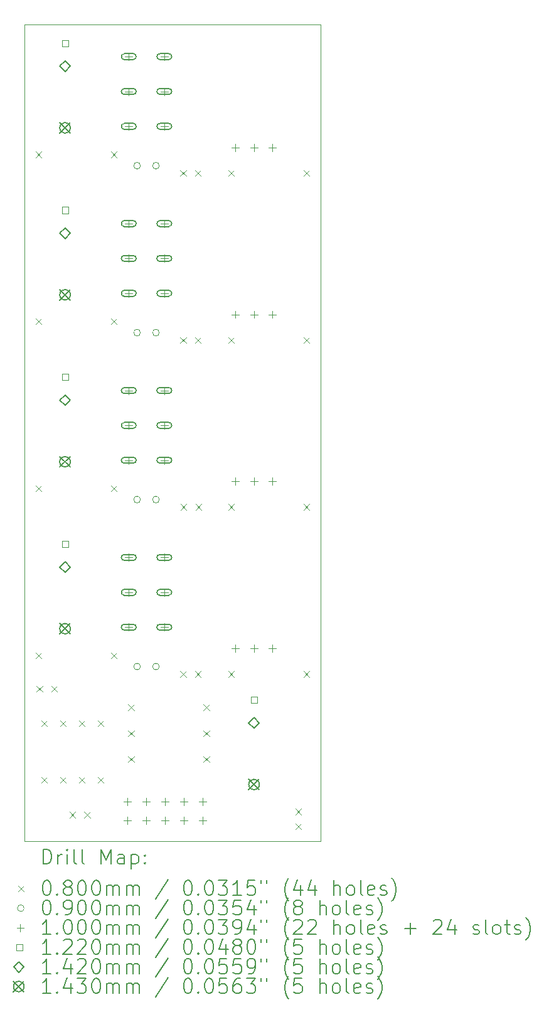
<source format=gbr>
%FSLAX45Y45*%
G04 Gerber Fmt 4.5, Leading zero omitted, Abs format (unit mm)*
G04 Created by KiCad (PCBNEW (6.0.0)) date 2022-02-14 14:07:29*
%MOMM*%
%LPD*%
G01*
G04 APERTURE LIST*
%TA.AperFunction,Profile*%
%ADD10C,0.050000*%
%TD*%
%ADD11C,0.200000*%
%ADD12C,0.080000*%
%ADD13C,0.090000*%
%ADD14C,0.100000*%
%ADD15C,0.122000*%
%ADD16C,0.142000*%
%ADD17C,0.143000*%
G04 APERTURE END LIST*
D10*
X7000000Y-3100000D02*
X7000000Y-14100000D01*
X3000000Y-3100000D02*
X3000000Y-14100000D01*
X3000000Y-3100000D02*
X7000000Y-3100000D01*
X3000000Y-14100000D02*
X7000000Y-14100000D01*
D11*
D12*
X3152000Y-4810000D02*
X3232000Y-4890000D01*
X3232000Y-4810000D02*
X3152000Y-4890000D01*
X3152000Y-7060000D02*
X3232000Y-7140000D01*
X3232000Y-7060000D02*
X3152000Y-7140000D01*
X3152000Y-9310000D02*
X3232000Y-9390000D01*
X3232000Y-9310000D02*
X3152000Y-9390000D01*
X3152000Y-11560000D02*
X3232000Y-11640000D01*
X3232000Y-11560000D02*
X3152000Y-11640000D01*
X3164489Y-12010000D02*
X3244489Y-12090000D01*
X3244489Y-12010000D02*
X3164489Y-12090000D01*
X3230000Y-12478000D02*
X3310000Y-12558000D01*
X3310000Y-12478000D02*
X3230000Y-12558000D01*
X3230000Y-13240000D02*
X3310000Y-13320000D01*
X3310000Y-13240000D02*
X3230000Y-13320000D01*
X3364489Y-12010000D02*
X3444489Y-12090000D01*
X3444489Y-12010000D02*
X3364489Y-12090000D01*
X3484000Y-12478000D02*
X3564000Y-12558000D01*
X3564000Y-12478000D02*
X3484000Y-12558000D01*
X3484000Y-13240000D02*
X3564000Y-13320000D01*
X3564000Y-13240000D02*
X3484000Y-13320000D01*
X3610000Y-13710000D02*
X3690000Y-13790000D01*
X3690000Y-13710000D02*
X3610000Y-13790000D01*
X3738000Y-12478000D02*
X3818000Y-12558000D01*
X3818000Y-12478000D02*
X3738000Y-12558000D01*
X3738000Y-13240000D02*
X3818000Y-13320000D01*
X3818000Y-13240000D02*
X3738000Y-13320000D01*
X3810000Y-13710000D02*
X3890000Y-13790000D01*
X3890000Y-13710000D02*
X3810000Y-13790000D01*
X3992000Y-12478000D02*
X4072000Y-12558000D01*
X4072000Y-12478000D02*
X3992000Y-12558000D01*
X3992000Y-13240000D02*
X4072000Y-13320000D01*
X4072000Y-13240000D02*
X3992000Y-13320000D01*
X4168000Y-4810000D02*
X4248000Y-4890000D01*
X4248000Y-4810000D02*
X4168000Y-4890000D01*
X4168000Y-7060000D02*
X4248000Y-7140000D01*
X4248000Y-7060000D02*
X4168000Y-7140000D01*
X4168000Y-9310000D02*
X4248000Y-9390000D01*
X4248000Y-9310000D02*
X4168000Y-9390000D01*
X4168000Y-11560000D02*
X4248000Y-11640000D01*
X4248000Y-11560000D02*
X4168000Y-11640000D01*
X4402000Y-12260000D02*
X4482000Y-12340000D01*
X4482000Y-12260000D02*
X4402000Y-12340000D01*
X4402000Y-12610000D02*
X4482000Y-12690000D01*
X4482000Y-12610000D02*
X4402000Y-12690000D01*
X4402000Y-12960000D02*
X4482000Y-13040000D01*
X4482000Y-12960000D02*
X4402000Y-13040000D01*
X5105511Y-7310000D02*
X5185511Y-7390000D01*
X5185511Y-7310000D02*
X5105511Y-7390000D01*
X5105511Y-11810000D02*
X5185511Y-11890000D01*
X5185511Y-11810000D02*
X5105511Y-11890000D01*
X5105511Y-5060000D02*
X5185511Y-5140000D01*
X5185511Y-5060000D02*
X5105511Y-5140000D01*
X5110000Y-9560000D02*
X5190000Y-9640000D01*
X5190000Y-9560000D02*
X5110000Y-9640000D01*
X5305511Y-7310000D02*
X5385511Y-7390000D01*
X5385511Y-7310000D02*
X5305511Y-7390000D01*
X5305511Y-11810000D02*
X5385511Y-11890000D01*
X5385511Y-11810000D02*
X5305511Y-11890000D01*
X5305511Y-5060000D02*
X5385511Y-5140000D01*
X5385511Y-5060000D02*
X5305511Y-5140000D01*
X5310000Y-9560000D02*
X5390000Y-9640000D01*
X5390000Y-9560000D02*
X5310000Y-9640000D01*
X5418000Y-12260000D02*
X5498000Y-12340000D01*
X5498000Y-12260000D02*
X5418000Y-12340000D01*
X5418000Y-12610000D02*
X5498000Y-12690000D01*
X5498000Y-12610000D02*
X5418000Y-12690000D01*
X5418000Y-12960000D02*
X5498000Y-13040000D01*
X5498000Y-12960000D02*
X5418000Y-13040000D01*
X5752000Y-5060000D02*
X5832000Y-5140000D01*
X5832000Y-5060000D02*
X5752000Y-5140000D01*
X5752000Y-7310000D02*
X5832000Y-7390000D01*
X5832000Y-7310000D02*
X5752000Y-7390000D01*
X5752000Y-9560000D02*
X5832000Y-9640000D01*
X5832000Y-9560000D02*
X5752000Y-9640000D01*
X5752000Y-11810000D02*
X5832000Y-11890000D01*
X5832000Y-11810000D02*
X5752000Y-11890000D01*
X6660000Y-13664489D02*
X6740000Y-13744489D01*
X6740000Y-13664489D02*
X6660000Y-13744489D01*
X6660000Y-13864489D02*
X6740000Y-13944489D01*
X6740000Y-13864489D02*
X6660000Y-13944489D01*
X6768000Y-5060000D02*
X6848000Y-5140000D01*
X6848000Y-5060000D02*
X6768000Y-5140000D01*
X6768000Y-7310000D02*
X6848000Y-7390000D01*
X6848000Y-7310000D02*
X6768000Y-7390000D01*
X6768000Y-9560000D02*
X6848000Y-9640000D01*
X6848000Y-9560000D02*
X6768000Y-9640000D01*
X6768000Y-11810000D02*
X6848000Y-11890000D01*
X6848000Y-11810000D02*
X6768000Y-11890000D01*
D13*
X4567500Y-5000000D02*
G75*
G03*
X4567500Y-5000000I-45000J0D01*
G01*
X4567500Y-7250000D02*
G75*
G03*
X4567500Y-7250000I-45000J0D01*
G01*
X4567500Y-9500000D02*
G75*
G03*
X4567500Y-9500000I-45000J0D01*
G01*
X4567500Y-11750000D02*
G75*
G03*
X4567500Y-11750000I-45000J0D01*
G01*
X4821500Y-5000000D02*
G75*
G03*
X4821500Y-5000000I-45000J0D01*
G01*
X4821500Y-7250000D02*
G75*
G03*
X4821500Y-7250000I-45000J0D01*
G01*
X4821500Y-9500000D02*
G75*
G03*
X4821500Y-9500000I-45000J0D01*
G01*
X4821500Y-11750000D02*
G75*
G03*
X4821500Y-11750000I-45000J0D01*
G01*
D14*
X4392500Y-13522500D02*
X4392500Y-13622500D01*
X4342500Y-13572500D02*
X4442500Y-13572500D01*
X4392500Y-13776500D02*
X4392500Y-13876500D01*
X4342500Y-13826500D02*
X4442500Y-13826500D01*
X4410000Y-3480000D02*
X4410000Y-3580000D01*
X4360000Y-3530000D02*
X4460000Y-3530000D01*
D11*
X4470000Y-3490000D02*
X4350000Y-3490000D01*
X4470000Y-3570000D02*
X4350000Y-3570000D01*
X4350000Y-3490000D02*
G75*
G03*
X4350000Y-3570000I0J-40000D01*
G01*
X4470000Y-3570000D02*
G75*
G03*
X4470000Y-3490000I0J40000D01*
G01*
D14*
X4410000Y-3950000D02*
X4410000Y-4050000D01*
X4360000Y-4000000D02*
X4460000Y-4000000D01*
D11*
X4470000Y-3960000D02*
X4350000Y-3960000D01*
X4470000Y-4040000D02*
X4350000Y-4040000D01*
X4350000Y-3960000D02*
G75*
G03*
X4350000Y-4040000I0J-40000D01*
G01*
X4470000Y-4040000D02*
G75*
G03*
X4470000Y-3960000I0J40000D01*
G01*
D14*
X4410000Y-4420000D02*
X4410000Y-4520000D01*
X4360000Y-4470000D02*
X4460000Y-4470000D01*
D11*
X4470000Y-4430000D02*
X4350000Y-4430000D01*
X4470000Y-4510000D02*
X4350000Y-4510000D01*
X4350000Y-4430000D02*
G75*
G03*
X4350000Y-4510000I0J-40000D01*
G01*
X4470000Y-4510000D02*
G75*
G03*
X4470000Y-4430000I0J40000D01*
G01*
D14*
X4410000Y-5730000D02*
X4410000Y-5830000D01*
X4360000Y-5780000D02*
X4460000Y-5780000D01*
D11*
X4470000Y-5740000D02*
X4350000Y-5740000D01*
X4470000Y-5820000D02*
X4350000Y-5820000D01*
X4350000Y-5740000D02*
G75*
G03*
X4350000Y-5820000I0J-40000D01*
G01*
X4470000Y-5820000D02*
G75*
G03*
X4470000Y-5740000I0J40000D01*
G01*
D14*
X4410000Y-6200000D02*
X4410000Y-6300000D01*
X4360000Y-6250000D02*
X4460000Y-6250000D01*
D11*
X4470000Y-6210000D02*
X4350000Y-6210000D01*
X4470000Y-6290000D02*
X4350000Y-6290000D01*
X4350000Y-6210000D02*
G75*
G03*
X4350000Y-6290000I0J-40000D01*
G01*
X4470000Y-6290000D02*
G75*
G03*
X4470000Y-6210000I0J40000D01*
G01*
D14*
X4410000Y-6670000D02*
X4410000Y-6770000D01*
X4360000Y-6720000D02*
X4460000Y-6720000D01*
D11*
X4470000Y-6680000D02*
X4350000Y-6680000D01*
X4470000Y-6760000D02*
X4350000Y-6760000D01*
X4350000Y-6680000D02*
G75*
G03*
X4350000Y-6760000I0J-40000D01*
G01*
X4470000Y-6760000D02*
G75*
G03*
X4470000Y-6680000I0J40000D01*
G01*
D14*
X4410000Y-7980000D02*
X4410000Y-8080000D01*
X4360000Y-8030000D02*
X4460000Y-8030000D01*
D11*
X4470000Y-7990000D02*
X4350000Y-7990000D01*
X4470000Y-8070000D02*
X4350000Y-8070000D01*
X4350000Y-7990000D02*
G75*
G03*
X4350000Y-8070000I0J-40000D01*
G01*
X4470000Y-8070000D02*
G75*
G03*
X4470000Y-7990000I0J40000D01*
G01*
D14*
X4410000Y-8450000D02*
X4410000Y-8550000D01*
X4360000Y-8500000D02*
X4460000Y-8500000D01*
D11*
X4470000Y-8460000D02*
X4350000Y-8460000D01*
X4470000Y-8540000D02*
X4350000Y-8540000D01*
X4350000Y-8460000D02*
G75*
G03*
X4350000Y-8540000I0J-40000D01*
G01*
X4470000Y-8540000D02*
G75*
G03*
X4470000Y-8460000I0J40000D01*
G01*
D14*
X4410000Y-8920000D02*
X4410000Y-9020000D01*
X4360000Y-8970000D02*
X4460000Y-8970000D01*
D11*
X4470000Y-8930000D02*
X4350000Y-8930000D01*
X4470000Y-9010000D02*
X4350000Y-9010000D01*
X4350000Y-8930000D02*
G75*
G03*
X4350000Y-9010000I0J-40000D01*
G01*
X4470000Y-9010000D02*
G75*
G03*
X4470000Y-8930000I0J40000D01*
G01*
D14*
X4410000Y-10230000D02*
X4410000Y-10330000D01*
X4360000Y-10280000D02*
X4460000Y-10280000D01*
D11*
X4470000Y-10240000D02*
X4350000Y-10240000D01*
X4470000Y-10320000D02*
X4350000Y-10320000D01*
X4350000Y-10240000D02*
G75*
G03*
X4350000Y-10320000I0J-40000D01*
G01*
X4470000Y-10320000D02*
G75*
G03*
X4470000Y-10240000I0J40000D01*
G01*
D14*
X4410000Y-10700000D02*
X4410000Y-10800000D01*
X4360000Y-10750000D02*
X4460000Y-10750000D01*
D11*
X4470000Y-10710000D02*
X4350000Y-10710000D01*
X4470000Y-10790000D02*
X4350000Y-10790000D01*
X4350000Y-10710000D02*
G75*
G03*
X4350000Y-10790000I0J-40000D01*
G01*
X4470000Y-10790000D02*
G75*
G03*
X4470000Y-10710000I0J40000D01*
G01*
D14*
X4410000Y-11170000D02*
X4410000Y-11270000D01*
X4360000Y-11220000D02*
X4460000Y-11220000D01*
D11*
X4470000Y-11180000D02*
X4350000Y-11180000D01*
X4470000Y-11260000D02*
X4350000Y-11260000D01*
X4350000Y-11180000D02*
G75*
G03*
X4350000Y-11260000I0J-40000D01*
G01*
X4470000Y-11260000D02*
G75*
G03*
X4470000Y-11180000I0J40000D01*
G01*
D14*
X4646500Y-13522500D02*
X4646500Y-13622500D01*
X4596500Y-13572500D02*
X4696500Y-13572500D01*
X4646500Y-13776500D02*
X4646500Y-13876500D01*
X4596500Y-13826500D02*
X4696500Y-13826500D01*
X4890000Y-3480000D02*
X4890000Y-3580000D01*
X4840000Y-3530000D02*
X4940000Y-3530000D01*
D11*
X4950000Y-3490000D02*
X4830000Y-3490000D01*
X4950000Y-3570000D02*
X4830000Y-3570000D01*
X4830000Y-3490000D02*
G75*
G03*
X4830000Y-3570000I0J-40000D01*
G01*
X4950000Y-3570000D02*
G75*
G03*
X4950000Y-3490000I0J40000D01*
G01*
D14*
X4890000Y-3950000D02*
X4890000Y-4050000D01*
X4840000Y-4000000D02*
X4940000Y-4000000D01*
D11*
X4950000Y-3960000D02*
X4830000Y-3960000D01*
X4950000Y-4040000D02*
X4830000Y-4040000D01*
X4830000Y-3960000D02*
G75*
G03*
X4830000Y-4040000I0J-40000D01*
G01*
X4950000Y-4040000D02*
G75*
G03*
X4950000Y-3960000I0J40000D01*
G01*
D14*
X4890000Y-4420000D02*
X4890000Y-4520000D01*
X4840000Y-4470000D02*
X4940000Y-4470000D01*
D11*
X4950000Y-4430000D02*
X4830000Y-4430000D01*
X4950000Y-4510000D02*
X4830000Y-4510000D01*
X4830000Y-4430000D02*
G75*
G03*
X4830000Y-4510000I0J-40000D01*
G01*
X4950000Y-4510000D02*
G75*
G03*
X4950000Y-4430000I0J40000D01*
G01*
D14*
X4890000Y-5730000D02*
X4890000Y-5830000D01*
X4840000Y-5780000D02*
X4940000Y-5780000D01*
D11*
X4950000Y-5740000D02*
X4830000Y-5740000D01*
X4950000Y-5820000D02*
X4830000Y-5820000D01*
X4830000Y-5740000D02*
G75*
G03*
X4830000Y-5820000I0J-40000D01*
G01*
X4950000Y-5820000D02*
G75*
G03*
X4950000Y-5740000I0J40000D01*
G01*
D14*
X4890000Y-6200000D02*
X4890000Y-6300000D01*
X4840000Y-6250000D02*
X4940000Y-6250000D01*
D11*
X4950000Y-6210000D02*
X4830000Y-6210000D01*
X4950000Y-6290000D02*
X4830000Y-6290000D01*
X4830000Y-6210000D02*
G75*
G03*
X4830000Y-6290000I0J-40000D01*
G01*
X4950000Y-6290000D02*
G75*
G03*
X4950000Y-6210000I0J40000D01*
G01*
D14*
X4890000Y-6670000D02*
X4890000Y-6770000D01*
X4840000Y-6720000D02*
X4940000Y-6720000D01*
D11*
X4950000Y-6680000D02*
X4830000Y-6680000D01*
X4950000Y-6760000D02*
X4830000Y-6760000D01*
X4830000Y-6680000D02*
G75*
G03*
X4830000Y-6760000I0J-40000D01*
G01*
X4950000Y-6760000D02*
G75*
G03*
X4950000Y-6680000I0J40000D01*
G01*
D14*
X4890000Y-7980000D02*
X4890000Y-8080000D01*
X4840000Y-8030000D02*
X4940000Y-8030000D01*
D11*
X4950000Y-7990000D02*
X4830000Y-7990000D01*
X4950000Y-8070000D02*
X4830000Y-8070000D01*
X4830000Y-7990000D02*
G75*
G03*
X4830000Y-8070000I0J-40000D01*
G01*
X4950000Y-8070000D02*
G75*
G03*
X4950000Y-7990000I0J40000D01*
G01*
D14*
X4890000Y-8450000D02*
X4890000Y-8550000D01*
X4840000Y-8500000D02*
X4940000Y-8500000D01*
D11*
X4950000Y-8460000D02*
X4830000Y-8460000D01*
X4950000Y-8540000D02*
X4830000Y-8540000D01*
X4830000Y-8460000D02*
G75*
G03*
X4830000Y-8540000I0J-40000D01*
G01*
X4950000Y-8540000D02*
G75*
G03*
X4950000Y-8460000I0J40000D01*
G01*
D14*
X4890000Y-8920000D02*
X4890000Y-9020000D01*
X4840000Y-8970000D02*
X4940000Y-8970000D01*
D11*
X4950000Y-8930000D02*
X4830000Y-8930000D01*
X4950000Y-9010000D02*
X4830000Y-9010000D01*
X4830000Y-8930000D02*
G75*
G03*
X4830000Y-9010000I0J-40000D01*
G01*
X4950000Y-9010000D02*
G75*
G03*
X4950000Y-8930000I0J40000D01*
G01*
D14*
X4890000Y-10230000D02*
X4890000Y-10330000D01*
X4840000Y-10280000D02*
X4940000Y-10280000D01*
D11*
X4950000Y-10240000D02*
X4830000Y-10240000D01*
X4950000Y-10320000D02*
X4830000Y-10320000D01*
X4830000Y-10240000D02*
G75*
G03*
X4830000Y-10320000I0J-40000D01*
G01*
X4950000Y-10320000D02*
G75*
G03*
X4950000Y-10240000I0J40000D01*
G01*
D14*
X4890000Y-10700000D02*
X4890000Y-10800000D01*
X4840000Y-10750000D02*
X4940000Y-10750000D01*
D11*
X4950000Y-10710000D02*
X4830000Y-10710000D01*
X4950000Y-10790000D02*
X4830000Y-10790000D01*
X4830000Y-10710000D02*
G75*
G03*
X4830000Y-10790000I0J-40000D01*
G01*
X4950000Y-10790000D02*
G75*
G03*
X4950000Y-10710000I0J40000D01*
G01*
D14*
X4890000Y-11170000D02*
X4890000Y-11270000D01*
X4840000Y-11220000D02*
X4940000Y-11220000D01*
D11*
X4950000Y-11180000D02*
X4830000Y-11180000D01*
X4950000Y-11260000D02*
X4830000Y-11260000D01*
X4830000Y-11180000D02*
G75*
G03*
X4830000Y-11260000I0J-40000D01*
G01*
X4950000Y-11260000D02*
G75*
G03*
X4950000Y-11180000I0J40000D01*
G01*
D14*
X4900500Y-13522500D02*
X4900500Y-13622500D01*
X4850500Y-13572500D02*
X4950500Y-13572500D01*
X4900500Y-13776500D02*
X4900500Y-13876500D01*
X4850500Y-13826500D02*
X4950500Y-13826500D01*
X5154500Y-13522500D02*
X5154500Y-13622500D01*
X5104500Y-13572500D02*
X5204500Y-13572500D01*
X5154500Y-13776500D02*
X5154500Y-13876500D01*
X5104500Y-13826500D02*
X5204500Y-13826500D01*
X5408500Y-13522500D02*
X5408500Y-13622500D01*
X5358500Y-13572500D02*
X5458500Y-13572500D01*
X5408500Y-13776500D02*
X5408500Y-13876500D01*
X5358500Y-13826500D02*
X5458500Y-13826500D01*
X5850000Y-4705000D02*
X5850000Y-4805000D01*
X5800000Y-4755000D02*
X5900000Y-4755000D01*
X5850000Y-6955000D02*
X5850000Y-7055000D01*
X5800000Y-7005000D02*
X5900000Y-7005000D01*
X5850000Y-9205000D02*
X5850000Y-9305000D01*
X5800000Y-9255000D02*
X5900000Y-9255000D01*
X5850000Y-11455000D02*
X5850000Y-11555000D01*
X5800000Y-11505000D02*
X5900000Y-11505000D01*
X6100000Y-4705000D02*
X6100000Y-4805000D01*
X6050000Y-4755000D02*
X6150000Y-4755000D01*
X6100000Y-6955000D02*
X6100000Y-7055000D01*
X6050000Y-7005000D02*
X6150000Y-7005000D01*
X6100000Y-9205000D02*
X6100000Y-9305000D01*
X6050000Y-9255000D02*
X6150000Y-9255000D01*
X6100000Y-11455000D02*
X6100000Y-11555000D01*
X6050000Y-11505000D02*
X6150000Y-11505000D01*
X6350000Y-4705000D02*
X6350000Y-4805000D01*
X6300000Y-4755000D02*
X6400000Y-4755000D01*
X6350000Y-6955000D02*
X6350000Y-7055000D01*
X6300000Y-7005000D02*
X6400000Y-7005000D01*
X6350000Y-9205000D02*
X6350000Y-9305000D01*
X6300000Y-9255000D02*
X6400000Y-9255000D01*
X6350000Y-11455000D02*
X6350000Y-11555000D01*
X6300000Y-11505000D02*
X6400000Y-11505000D01*
D15*
X3593134Y-3393134D02*
X3593134Y-3306866D01*
X3506866Y-3306866D01*
X3506866Y-3393134D01*
X3593134Y-3393134D01*
X3593134Y-5643134D02*
X3593134Y-5556866D01*
X3506866Y-5556866D01*
X3506866Y-5643134D01*
X3593134Y-5643134D01*
X3593134Y-7893134D02*
X3593134Y-7806866D01*
X3506866Y-7806866D01*
X3506866Y-7893134D01*
X3593134Y-7893134D01*
X3593134Y-10143134D02*
X3593134Y-10056866D01*
X3506866Y-10056866D01*
X3506866Y-10143134D01*
X3593134Y-10143134D01*
X6143134Y-12243134D02*
X6143134Y-12156866D01*
X6056866Y-12156866D01*
X6056866Y-12243134D01*
X6143134Y-12243134D01*
D16*
X3550000Y-3731000D02*
X3621000Y-3660000D01*
X3550000Y-3589000D01*
X3479000Y-3660000D01*
X3550000Y-3731000D01*
X3550000Y-5981000D02*
X3621000Y-5910000D01*
X3550000Y-5839000D01*
X3479000Y-5910000D01*
X3550000Y-5981000D01*
X3550000Y-8231000D02*
X3621000Y-8160000D01*
X3550000Y-8089000D01*
X3479000Y-8160000D01*
X3550000Y-8231000D01*
X3550000Y-10481000D02*
X3621000Y-10410000D01*
X3550000Y-10339000D01*
X3479000Y-10410000D01*
X3550000Y-10481000D01*
X6100000Y-12581000D02*
X6171000Y-12510000D01*
X6100000Y-12439000D01*
X6029000Y-12510000D01*
X6100000Y-12581000D01*
D17*
X3478500Y-4418500D02*
X3621500Y-4561500D01*
X3621500Y-4418500D02*
X3478500Y-4561500D01*
X3621500Y-4490000D02*
G75*
G03*
X3621500Y-4490000I-71500J0D01*
G01*
X3478500Y-6668500D02*
X3621500Y-6811500D01*
X3621500Y-6668500D02*
X3478500Y-6811500D01*
X3621500Y-6740000D02*
G75*
G03*
X3621500Y-6740000I-71500J0D01*
G01*
X3478500Y-8918500D02*
X3621500Y-9061500D01*
X3621500Y-8918500D02*
X3478500Y-9061500D01*
X3621500Y-8990000D02*
G75*
G03*
X3621500Y-8990000I-71500J0D01*
G01*
X3478500Y-11168500D02*
X3621500Y-11311500D01*
X3621500Y-11168500D02*
X3478500Y-11311500D01*
X3621500Y-11240000D02*
G75*
G03*
X3621500Y-11240000I-71500J0D01*
G01*
X6028500Y-13268500D02*
X6171500Y-13411500D01*
X6171500Y-13268500D02*
X6028500Y-13411500D01*
X6171500Y-13340000D02*
G75*
G03*
X6171500Y-13340000I-71500J0D01*
G01*
D11*
X3255119Y-14412976D02*
X3255119Y-14212976D01*
X3302738Y-14212976D01*
X3331309Y-14222500D01*
X3350357Y-14241548D01*
X3359881Y-14260595D01*
X3369405Y-14298690D01*
X3369405Y-14327262D01*
X3359881Y-14365357D01*
X3350357Y-14384405D01*
X3331309Y-14403452D01*
X3302738Y-14412976D01*
X3255119Y-14412976D01*
X3455119Y-14412976D02*
X3455119Y-14279643D01*
X3455119Y-14317738D02*
X3464643Y-14298690D01*
X3474167Y-14289167D01*
X3493214Y-14279643D01*
X3512262Y-14279643D01*
X3578928Y-14412976D02*
X3578928Y-14279643D01*
X3578928Y-14212976D02*
X3569405Y-14222500D01*
X3578928Y-14232024D01*
X3588452Y-14222500D01*
X3578928Y-14212976D01*
X3578928Y-14232024D01*
X3702738Y-14412976D02*
X3683690Y-14403452D01*
X3674167Y-14384405D01*
X3674167Y-14212976D01*
X3807500Y-14412976D02*
X3788452Y-14403452D01*
X3778928Y-14384405D01*
X3778928Y-14212976D01*
X4036071Y-14412976D02*
X4036071Y-14212976D01*
X4102738Y-14355833D01*
X4169405Y-14212976D01*
X4169405Y-14412976D01*
X4350357Y-14412976D02*
X4350357Y-14308214D01*
X4340833Y-14289167D01*
X4321786Y-14279643D01*
X4283690Y-14279643D01*
X4264643Y-14289167D01*
X4350357Y-14403452D02*
X4331310Y-14412976D01*
X4283690Y-14412976D01*
X4264643Y-14403452D01*
X4255119Y-14384405D01*
X4255119Y-14365357D01*
X4264643Y-14346309D01*
X4283690Y-14336786D01*
X4331310Y-14336786D01*
X4350357Y-14327262D01*
X4445595Y-14279643D02*
X4445595Y-14479643D01*
X4445595Y-14289167D02*
X4464643Y-14279643D01*
X4502738Y-14279643D01*
X4521786Y-14289167D01*
X4531310Y-14298690D01*
X4540833Y-14317738D01*
X4540833Y-14374881D01*
X4531310Y-14393928D01*
X4521786Y-14403452D01*
X4502738Y-14412976D01*
X4464643Y-14412976D01*
X4445595Y-14403452D01*
X4626548Y-14393928D02*
X4636071Y-14403452D01*
X4626548Y-14412976D01*
X4617024Y-14403452D01*
X4626548Y-14393928D01*
X4626548Y-14412976D01*
X4626548Y-14289167D02*
X4636071Y-14298690D01*
X4626548Y-14308214D01*
X4617024Y-14298690D01*
X4626548Y-14289167D01*
X4626548Y-14308214D01*
D12*
X2917500Y-14702500D02*
X2997500Y-14782500D01*
X2997500Y-14702500D02*
X2917500Y-14782500D01*
D11*
X3293214Y-14632976D02*
X3312262Y-14632976D01*
X3331309Y-14642500D01*
X3340833Y-14652024D01*
X3350357Y-14671071D01*
X3359881Y-14709167D01*
X3359881Y-14756786D01*
X3350357Y-14794881D01*
X3340833Y-14813928D01*
X3331309Y-14823452D01*
X3312262Y-14832976D01*
X3293214Y-14832976D01*
X3274167Y-14823452D01*
X3264643Y-14813928D01*
X3255119Y-14794881D01*
X3245595Y-14756786D01*
X3245595Y-14709167D01*
X3255119Y-14671071D01*
X3264643Y-14652024D01*
X3274167Y-14642500D01*
X3293214Y-14632976D01*
X3445595Y-14813928D02*
X3455119Y-14823452D01*
X3445595Y-14832976D01*
X3436071Y-14823452D01*
X3445595Y-14813928D01*
X3445595Y-14832976D01*
X3569405Y-14718690D02*
X3550357Y-14709167D01*
X3540833Y-14699643D01*
X3531309Y-14680595D01*
X3531309Y-14671071D01*
X3540833Y-14652024D01*
X3550357Y-14642500D01*
X3569405Y-14632976D01*
X3607500Y-14632976D01*
X3626548Y-14642500D01*
X3636071Y-14652024D01*
X3645595Y-14671071D01*
X3645595Y-14680595D01*
X3636071Y-14699643D01*
X3626548Y-14709167D01*
X3607500Y-14718690D01*
X3569405Y-14718690D01*
X3550357Y-14728214D01*
X3540833Y-14737738D01*
X3531309Y-14756786D01*
X3531309Y-14794881D01*
X3540833Y-14813928D01*
X3550357Y-14823452D01*
X3569405Y-14832976D01*
X3607500Y-14832976D01*
X3626548Y-14823452D01*
X3636071Y-14813928D01*
X3645595Y-14794881D01*
X3645595Y-14756786D01*
X3636071Y-14737738D01*
X3626548Y-14728214D01*
X3607500Y-14718690D01*
X3769405Y-14632976D02*
X3788452Y-14632976D01*
X3807500Y-14642500D01*
X3817024Y-14652024D01*
X3826548Y-14671071D01*
X3836071Y-14709167D01*
X3836071Y-14756786D01*
X3826548Y-14794881D01*
X3817024Y-14813928D01*
X3807500Y-14823452D01*
X3788452Y-14832976D01*
X3769405Y-14832976D01*
X3750357Y-14823452D01*
X3740833Y-14813928D01*
X3731309Y-14794881D01*
X3721786Y-14756786D01*
X3721786Y-14709167D01*
X3731309Y-14671071D01*
X3740833Y-14652024D01*
X3750357Y-14642500D01*
X3769405Y-14632976D01*
X3959881Y-14632976D02*
X3978928Y-14632976D01*
X3997976Y-14642500D01*
X4007500Y-14652024D01*
X4017024Y-14671071D01*
X4026548Y-14709167D01*
X4026548Y-14756786D01*
X4017024Y-14794881D01*
X4007500Y-14813928D01*
X3997976Y-14823452D01*
X3978928Y-14832976D01*
X3959881Y-14832976D01*
X3940833Y-14823452D01*
X3931309Y-14813928D01*
X3921786Y-14794881D01*
X3912262Y-14756786D01*
X3912262Y-14709167D01*
X3921786Y-14671071D01*
X3931309Y-14652024D01*
X3940833Y-14642500D01*
X3959881Y-14632976D01*
X4112262Y-14832976D02*
X4112262Y-14699643D01*
X4112262Y-14718690D02*
X4121786Y-14709167D01*
X4140833Y-14699643D01*
X4169405Y-14699643D01*
X4188452Y-14709167D01*
X4197976Y-14728214D01*
X4197976Y-14832976D01*
X4197976Y-14728214D02*
X4207500Y-14709167D01*
X4226548Y-14699643D01*
X4255119Y-14699643D01*
X4274167Y-14709167D01*
X4283690Y-14728214D01*
X4283690Y-14832976D01*
X4378929Y-14832976D02*
X4378929Y-14699643D01*
X4378929Y-14718690D02*
X4388452Y-14709167D01*
X4407500Y-14699643D01*
X4436071Y-14699643D01*
X4455119Y-14709167D01*
X4464643Y-14728214D01*
X4464643Y-14832976D01*
X4464643Y-14728214D02*
X4474167Y-14709167D01*
X4493214Y-14699643D01*
X4521786Y-14699643D01*
X4540833Y-14709167D01*
X4550357Y-14728214D01*
X4550357Y-14832976D01*
X4940833Y-14623452D02*
X4769405Y-14880595D01*
X5197976Y-14632976D02*
X5217024Y-14632976D01*
X5236071Y-14642500D01*
X5245595Y-14652024D01*
X5255119Y-14671071D01*
X5264643Y-14709167D01*
X5264643Y-14756786D01*
X5255119Y-14794881D01*
X5245595Y-14813928D01*
X5236071Y-14823452D01*
X5217024Y-14832976D01*
X5197976Y-14832976D01*
X5178929Y-14823452D01*
X5169405Y-14813928D01*
X5159881Y-14794881D01*
X5150357Y-14756786D01*
X5150357Y-14709167D01*
X5159881Y-14671071D01*
X5169405Y-14652024D01*
X5178929Y-14642500D01*
X5197976Y-14632976D01*
X5350357Y-14813928D02*
X5359881Y-14823452D01*
X5350357Y-14832976D01*
X5340833Y-14823452D01*
X5350357Y-14813928D01*
X5350357Y-14832976D01*
X5483690Y-14632976D02*
X5502738Y-14632976D01*
X5521786Y-14642500D01*
X5531310Y-14652024D01*
X5540833Y-14671071D01*
X5550357Y-14709167D01*
X5550357Y-14756786D01*
X5540833Y-14794881D01*
X5531310Y-14813928D01*
X5521786Y-14823452D01*
X5502738Y-14832976D01*
X5483690Y-14832976D01*
X5464643Y-14823452D01*
X5455119Y-14813928D01*
X5445595Y-14794881D01*
X5436071Y-14756786D01*
X5436071Y-14709167D01*
X5445595Y-14671071D01*
X5455119Y-14652024D01*
X5464643Y-14642500D01*
X5483690Y-14632976D01*
X5617024Y-14632976D02*
X5740833Y-14632976D01*
X5674167Y-14709167D01*
X5702738Y-14709167D01*
X5721786Y-14718690D01*
X5731309Y-14728214D01*
X5740833Y-14747262D01*
X5740833Y-14794881D01*
X5731309Y-14813928D01*
X5721786Y-14823452D01*
X5702738Y-14832976D01*
X5645595Y-14832976D01*
X5626548Y-14823452D01*
X5617024Y-14813928D01*
X5931309Y-14832976D02*
X5817024Y-14832976D01*
X5874167Y-14832976D02*
X5874167Y-14632976D01*
X5855119Y-14661548D01*
X5836071Y-14680595D01*
X5817024Y-14690119D01*
X6112262Y-14632976D02*
X6017024Y-14632976D01*
X6007500Y-14728214D01*
X6017024Y-14718690D01*
X6036071Y-14709167D01*
X6083690Y-14709167D01*
X6102738Y-14718690D01*
X6112262Y-14728214D01*
X6121786Y-14747262D01*
X6121786Y-14794881D01*
X6112262Y-14813928D01*
X6102738Y-14823452D01*
X6083690Y-14832976D01*
X6036071Y-14832976D01*
X6017024Y-14823452D01*
X6007500Y-14813928D01*
X6197976Y-14632976D02*
X6197976Y-14671071D01*
X6274167Y-14632976D02*
X6274167Y-14671071D01*
X6569405Y-14909167D02*
X6559881Y-14899643D01*
X6540833Y-14871071D01*
X6531309Y-14852024D01*
X6521786Y-14823452D01*
X6512262Y-14775833D01*
X6512262Y-14737738D01*
X6521786Y-14690119D01*
X6531309Y-14661548D01*
X6540833Y-14642500D01*
X6559881Y-14613928D01*
X6569405Y-14604405D01*
X6731309Y-14699643D02*
X6731309Y-14832976D01*
X6683690Y-14623452D02*
X6636071Y-14766309D01*
X6759881Y-14766309D01*
X6921786Y-14699643D02*
X6921786Y-14832976D01*
X6874167Y-14623452D02*
X6826548Y-14766309D01*
X6950357Y-14766309D01*
X7178928Y-14832976D02*
X7178928Y-14632976D01*
X7264643Y-14832976D02*
X7264643Y-14728214D01*
X7255119Y-14709167D01*
X7236071Y-14699643D01*
X7207500Y-14699643D01*
X7188452Y-14709167D01*
X7178928Y-14718690D01*
X7388452Y-14832976D02*
X7369405Y-14823452D01*
X7359881Y-14813928D01*
X7350357Y-14794881D01*
X7350357Y-14737738D01*
X7359881Y-14718690D01*
X7369405Y-14709167D01*
X7388452Y-14699643D01*
X7417024Y-14699643D01*
X7436071Y-14709167D01*
X7445595Y-14718690D01*
X7455119Y-14737738D01*
X7455119Y-14794881D01*
X7445595Y-14813928D01*
X7436071Y-14823452D01*
X7417024Y-14832976D01*
X7388452Y-14832976D01*
X7569405Y-14832976D02*
X7550357Y-14823452D01*
X7540833Y-14804405D01*
X7540833Y-14632976D01*
X7721786Y-14823452D02*
X7702738Y-14832976D01*
X7664643Y-14832976D01*
X7645595Y-14823452D01*
X7636071Y-14804405D01*
X7636071Y-14728214D01*
X7645595Y-14709167D01*
X7664643Y-14699643D01*
X7702738Y-14699643D01*
X7721786Y-14709167D01*
X7731309Y-14728214D01*
X7731309Y-14747262D01*
X7636071Y-14766309D01*
X7807500Y-14823452D02*
X7826548Y-14832976D01*
X7864643Y-14832976D01*
X7883690Y-14823452D01*
X7893214Y-14804405D01*
X7893214Y-14794881D01*
X7883690Y-14775833D01*
X7864643Y-14766309D01*
X7836071Y-14766309D01*
X7817024Y-14756786D01*
X7807500Y-14737738D01*
X7807500Y-14728214D01*
X7817024Y-14709167D01*
X7836071Y-14699643D01*
X7864643Y-14699643D01*
X7883690Y-14709167D01*
X7959881Y-14909167D02*
X7969405Y-14899643D01*
X7988452Y-14871071D01*
X7997976Y-14852024D01*
X8007500Y-14823452D01*
X8017024Y-14775833D01*
X8017024Y-14737738D01*
X8007500Y-14690119D01*
X7997976Y-14661548D01*
X7988452Y-14642500D01*
X7969405Y-14613928D01*
X7959881Y-14604405D01*
D13*
X2997500Y-15006500D02*
G75*
G03*
X2997500Y-15006500I-45000J0D01*
G01*
D11*
X3293214Y-14896976D02*
X3312262Y-14896976D01*
X3331309Y-14906500D01*
X3340833Y-14916024D01*
X3350357Y-14935071D01*
X3359881Y-14973167D01*
X3359881Y-15020786D01*
X3350357Y-15058881D01*
X3340833Y-15077928D01*
X3331309Y-15087452D01*
X3312262Y-15096976D01*
X3293214Y-15096976D01*
X3274167Y-15087452D01*
X3264643Y-15077928D01*
X3255119Y-15058881D01*
X3245595Y-15020786D01*
X3245595Y-14973167D01*
X3255119Y-14935071D01*
X3264643Y-14916024D01*
X3274167Y-14906500D01*
X3293214Y-14896976D01*
X3445595Y-15077928D02*
X3455119Y-15087452D01*
X3445595Y-15096976D01*
X3436071Y-15087452D01*
X3445595Y-15077928D01*
X3445595Y-15096976D01*
X3550357Y-15096976D02*
X3588452Y-15096976D01*
X3607500Y-15087452D01*
X3617024Y-15077928D01*
X3636071Y-15049357D01*
X3645595Y-15011262D01*
X3645595Y-14935071D01*
X3636071Y-14916024D01*
X3626548Y-14906500D01*
X3607500Y-14896976D01*
X3569405Y-14896976D01*
X3550357Y-14906500D01*
X3540833Y-14916024D01*
X3531309Y-14935071D01*
X3531309Y-14982690D01*
X3540833Y-15001738D01*
X3550357Y-15011262D01*
X3569405Y-15020786D01*
X3607500Y-15020786D01*
X3626548Y-15011262D01*
X3636071Y-15001738D01*
X3645595Y-14982690D01*
X3769405Y-14896976D02*
X3788452Y-14896976D01*
X3807500Y-14906500D01*
X3817024Y-14916024D01*
X3826548Y-14935071D01*
X3836071Y-14973167D01*
X3836071Y-15020786D01*
X3826548Y-15058881D01*
X3817024Y-15077928D01*
X3807500Y-15087452D01*
X3788452Y-15096976D01*
X3769405Y-15096976D01*
X3750357Y-15087452D01*
X3740833Y-15077928D01*
X3731309Y-15058881D01*
X3721786Y-15020786D01*
X3721786Y-14973167D01*
X3731309Y-14935071D01*
X3740833Y-14916024D01*
X3750357Y-14906500D01*
X3769405Y-14896976D01*
X3959881Y-14896976D02*
X3978928Y-14896976D01*
X3997976Y-14906500D01*
X4007500Y-14916024D01*
X4017024Y-14935071D01*
X4026548Y-14973167D01*
X4026548Y-15020786D01*
X4017024Y-15058881D01*
X4007500Y-15077928D01*
X3997976Y-15087452D01*
X3978928Y-15096976D01*
X3959881Y-15096976D01*
X3940833Y-15087452D01*
X3931309Y-15077928D01*
X3921786Y-15058881D01*
X3912262Y-15020786D01*
X3912262Y-14973167D01*
X3921786Y-14935071D01*
X3931309Y-14916024D01*
X3940833Y-14906500D01*
X3959881Y-14896976D01*
X4112262Y-15096976D02*
X4112262Y-14963643D01*
X4112262Y-14982690D02*
X4121786Y-14973167D01*
X4140833Y-14963643D01*
X4169405Y-14963643D01*
X4188452Y-14973167D01*
X4197976Y-14992214D01*
X4197976Y-15096976D01*
X4197976Y-14992214D02*
X4207500Y-14973167D01*
X4226548Y-14963643D01*
X4255119Y-14963643D01*
X4274167Y-14973167D01*
X4283690Y-14992214D01*
X4283690Y-15096976D01*
X4378929Y-15096976D02*
X4378929Y-14963643D01*
X4378929Y-14982690D02*
X4388452Y-14973167D01*
X4407500Y-14963643D01*
X4436071Y-14963643D01*
X4455119Y-14973167D01*
X4464643Y-14992214D01*
X4464643Y-15096976D01*
X4464643Y-14992214D02*
X4474167Y-14973167D01*
X4493214Y-14963643D01*
X4521786Y-14963643D01*
X4540833Y-14973167D01*
X4550357Y-14992214D01*
X4550357Y-15096976D01*
X4940833Y-14887452D02*
X4769405Y-15144595D01*
X5197976Y-14896976D02*
X5217024Y-14896976D01*
X5236071Y-14906500D01*
X5245595Y-14916024D01*
X5255119Y-14935071D01*
X5264643Y-14973167D01*
X5264643Y-15020786D01*
X5255119Y-15058881D01*
X5245595Y-15077928D01*
X5236071Y-15087452D01*
X5217024Y-15096976D01*
X5197976Y-15096976D01*
X5178929Y-15087452D01*
X5169405Y-15077928D01*
X5159881Y-15058881D01*
X5150357Y-15020786D01*
X5150357Y-14973167D01*
X5159881Y-14935071D01*
X5169405Y-14916024D01*
X5178929Y-14906500D01*
X5197976Y-14896976D01*
X5350357Y-15077928D02*
X5359881Y-15087452D01*
X5350357Y-15096976D01*
X5340833Y-15087452D01*
X5350357Y-15077928D01*
X5350357Y-15096976D01*
X5483690Y-14896976D02*
X5502738Y-14896976D01*
X5521786Y-14906500D01*
X5531310Y-14916024D01*
X5540833Y-14935071D01*
X5550357Y-14973167D01*
X5550357Y-15020786D01*
X5540833Y-15058881D01*
X5531310Y-15077928D01*
X5521786Y-15087452D01*
X5502738Y-15096976D01*
X5483690Y-15096976D01*
X5464643Y-15087452D01*
X5455119Y-15077928D01*
X5445595Y-15058881D01*
X5436071Y-15020786D01*
X5436071Y-14973167D01*
X5445595Y-14935071D01*
X5455119Y-14916024D01*
X5464643Y-14906500D01*
X5483690Y-14896976D01*
X5617024Y-14896976D02*
X5740833Y-14896976D01*
X5674167Y-14973167D01*
X5702738Y-14973167D01*
X5721786Y-14982690D01*
X5731309Y-14992214D01*
X5740833Y-15011262D01*
X5740833Y-15058881D01*
X5731309Y-15077928D01*
X5721786Y-15087452D01*
X5702738Y-15096976D01*
X5645595Y-15096976D01*
X5626548Y-15087452D01*
X5617024Y-15077928D01*
X5921786Y-14896976D02*
X5826548Y-14896976D01*
X5817024Y-14992214D01*
X5826548Y-14982690D01*
X5845595Y-14973167D01*
X5893214Y-14973167D01*
X5912262Y-14982690D01*
X5921786Y-14992214D01*
X5931309Y-15011262D01*
X5931309Y-15058881D01*
X5921786Y-15077928D01*
X5912262Y-15087452D01*
X5893214Y-15096976D01*
X5845595Y-15096976D01*
X5826548Y-15087452D01*
X5817024Y-15077928D01*
X6102738Y-14963643D02*
X6102738Y-15096976D01*
X6055119Y-14887452D02*
X6007500Y-15030309D01*
X6131309Y-15030309D01*
X6197976Y-14896976D02*
X6197976Y-14935071D01*
X6274167Y-14896976D02*
X6274167Y-14935071D01*
X6569405Y-15173167D02*
X6559881Y-15163643D01*
X6540833Y-15135071D01*
X6531309Y-15116024D01*
X6521786Y-15087452D01*
X6512262Y-15039833D01*
X6512262Y-15001738D01*
X6521786Y-14954119D01*
X6531309Y-14925548D01*
X6540833Y-14906500D01*
X6559881Y-14877928D01*
X6569405Y-14868405D01*
X6674167Y-14982690D02*
X6655119Y-14973167D01*
X6645595Y-14963643D01*
X6636071Y-14944595D01*
X6636071Y-14935071D01*
X6645595Y-14916024D01*
X6655119Y-14906500D01*
X6674167Y-14896976D01*
X6712262Y-14896976D01*
X6731309Y-14906500D01*
X6740833Y-14916024D01*
X6750357Y-14935071D01*
X6750357Y-14944595D01*
X6740833Y-14963643D01*
X6731309Y-14973167D01*
X6712262Y-14982690D01*
X6674167Y-14982690D01*
X6655119Y-14992214D01*
X6645595Y-15001738D01*
X6636071Y-15020786D01*
X6636071Y-15058881D01*
X6645595Y-15077928D01*
X6655119Y-15087452D01*
X6674167Y-15096976D01*
X6712262Y-15096976D01*
X6731309Y-15087452D01*
X6740833Y-15077928D01*
X6750357Y-15058881D01*
X6750357Y-15020786D01*
X6740833Y-15001738D01*
X6731309Y-14992214D01*
X6712262Y-14982690D01*
X6988452Y-15096976D02*
X6988452Y-14896976D01*
X7074167Y-15096976D02*
X7074167Y-14992214D01*
X7064643Y-14973167D01*
X7045595Y-14963643D01*
X7017024Y-14963643D01*
X6997976Y-14973167D01*
X6988452Y-14982690D01*
X7197976Y-15096976D02*
X7178928Y-15087452D01*
X7169405Y-15077928D01*
X7159881Y-15058881D01*
X7159881Y-15001738D01*
X7169405Y-14982690D01*
X7178928Y-14973167D01*
X7197976Y-14963643D01*
X7226548Y-14963643D01*
X7245595Y-14973167D01*
X7255119Y-14982690D01*
X7264643Y-15001738D01*
X7264643Y-15058881D01*
X7255119Y-15077928D01*
X7245595Y-15087452D01*
X7226548Y-15096976D01*
X7197976Y-15096976D01*
X7378928Y-15096976D02*
X7359881Y-15087452D01*
X7350357Y-15068405D01*
X7350357Y-14896976D01*
X7531309Y-15087452D02*
X7512262Y-15096976D01*
X7474167Y-15096976D01*
X7455119Y-15087452D01*
X7445595Y-15068405D01*
X7445595Y-14992214D01*
X7455119Y-14973167D01*
X7474167Y-14963643D01*
X7512262Y-14963643D01*
X7531309Y-14973167D01*
X7540833Y-14992214D01*
X7540833Y-15011262D01*
X7445595Y-15030309D01*
X7617024Y-15087452D02*
X7636071Y-15096976D01*
X7674167Y-15096976D01*
X7693214Y-15087452D01*
X7702738Y-15068405D01*
X7702738Y-15058881D01*
X7693214Y-15039833D01*
X7674167Y-15030309D01*
X7645595Y-15030309D01*
X7626548Y-15020786D01*
X7617024Y-15001738D01*
X7617024Y-14992214D01*
X7626548Y-14973167D01*
X7645595Y-14963643D01*
X7674167Y-14963643D01*
X7693214Y-14973167D01*
X7769405Y-15173167D02*
X7778928Y-15163643D01*
X7797976Y-15135071D01*
X7807500Y-15116024D01*
X7817024Y-15087452D01*
X7826548Y-15039833D01*
X7826548Y-15001738D01*
X7817024Y-14954119D01*
X7807500Y-14925548D01*
X7797976Y-14906500D01*
X7778928Y-14877928D01*
X7769405Y-14868405D01*
D14*
X2947500Y-15220500D02*
X2947500Y-15320500D01*
X2897500Y-15270500D02*
X2997500Y-15270500D01*
D11*
X3359881Y-15360976D02*
X3245595Y-15360976D01*
X3302738Y-15360976D02*
X3302738Y-15160976D01*
X3283690Y-15189548D01*
X3264643Y-15208595D01*
X3245595Y-15218119D01*
X3445595Y-15341928D02*
X3455119Y-15351452D01*
X3445595Y-15360976D01*
X3436071Y-15351452D01*
X3445595Y-15341928D01*
X3445595Y-15360976D01*
X3578928Y-15160976D02*
X3597976Y-15160976D01*
X3617024Y-15170500D01*
X3626548Y-15180024D01*
X3636071Y-15199071D01*
X3645595Y-15237167D01*
X3645595Y-15284786D01*
X3636071Y-15322881D01*
X3626548Y-15341928D01*
X3617024Y-15351452D01*
X3597976Y-15360976D01*
X3578928Y-15360976D01*
X3559881Y-15351452D01*
X3550357Y-15341928D01*
X3540833Y-15322881D01*
X3531309Y-15284786D01*
X3531309Y-15237167D01*
X3540833Y-15199071D01*
X3550357Y-15180024D01*
X3559881Y-15170500D01*
X3578928Y-15160976D01*
X3769405Y-15160976D02*
X3788452Y-15160976D01*
X3807500Y-15170500D01*
X3817024Y-15180024D01*
X3826548Y-15199071D01*
X3836071Y-15237167D01*
X3836071Y-15284786D01*
X3826548Y-15322881D01*
X3817024Y-15341928D01*
X3807500Y-15351452D01*
X3788452Y-15360976D01*
X3769405Y-15360976D01*
X3750357Y-15351452D01*
X3740833Y-15341928D01*
X3731309Y-15322881D01*
X3721786Y-15284786D01*
X3721786Y-15237167D01*
X3731309Y-15199071D01*
X3740833Y-15180024D01*
X3750357Y-15170500D01*
X3769405Y-15160976D01*
X3959881Y-15160976D02*
X3978928Y-15160976D01*
X3997976Y-15170500D01*
X4007500Y-15180024D01*
X4017024Y-15199071D01*
X4026548Y-15237167D01*
X4026548Y-15284786D01*
X4017024Y-15322881D01*
X4007500Y-15341928D01*
X3997976Y-15351452D01*
X3978928Y-15360976D01*
X3959881Y-15360976D01*
X3940833Y-15351452D01*
X3931309Y-15341928D01*
X3921786Y-15322881D01*
X3912262Y-15284786D01*
X3912262Y-15237167D01*
X3921786Y-15199071D01*
X3931309Y-15180024D01*
X3940833Y-15170500D01*
X3959881Y-15160976D01*
X4112262Y-15360976D02*
X4112262Y-15227643D01*
X4112262Y-15246690D02*
X4121786Y-15237167D01*
X4140833Y-15227643D01*
X4169405Y-15227643D01*
X4188452Y-15237167D01*
X4197976Y-15256214D01*
X4197976Y-15360976D01*
X4197976Y-15256214D02*
X4207500Y-15237167D01*
X4226548Y-15227643D01*
X4255119Y-15227643D01*
X4274167Y-15237167D01*
X4283690Y-15256214D01*
X4283690Y-15360976D01*
X4378929Y-15360976D02*
X4378929Y-15227643D01*
X4378929Y-15246690D02*
X4388452Y-15237167D01*
X4407500Y-15227643D01*
X4436071Y-15227643D01*
X4455119Y-15237167D01*
X4464643Y-15256214D01*
X4464643Y-15360976D01*
X4464643Y-15256214D02*
X4474167Y-15237167D01*
X4493214Y-15227643D01*
X4521786Y-15227643D01*
X4540833Y-15237167D01*
X4550357Y-15256214D01*
X4550357Y-15360976D01*
X4940833Y-15151452D02*
X4769405Y-15408595D01*
X5197976Y-15160976D02*
X5217024Y-15160976D01*
X5236071Y-15170500D01*
X5245595Y-15180024D01*
X5255119Y-15199071D01*
X5264643Y-15237167D01*
X5264643Y-15284786D01*
X5255119Y-15322881D01*
X5245595Y-15341928D01*
X5236071Y-15351452D01*
X5217024Y-15360976D01*
X5197976Y-15360976D01*
X5178929Y-15351452D01*
X5169405Y-15341928D01*
X5159881Y-15322881D01*
X5150357Y-15284786D01*
X5150357Y-15237167D01*
X5159881Y-15199071D01*
X5169405Y-15180024D01*
X5178929Y-15170500D01*
X5197976Y-15160976D01*
X5350357Y-15341928D02*
X5359881Y-15351452D01*
X5350357Y-15360976D01*
X5340833Y-15351452D01*
X5350357Y-15341928D01*
X5350357Y-15360976D01*
X5483690Y-15160976D02*
X5502738Y-15160976D01*
X5521786Y-15170500D01*
X5531310Y-15180024D01*
X5540833Y-15199071D01*
X5550357Y-15237167D01*
X5550357Y-15284786D01*
X5540833Y-15322881D01*
X5531310Y-15341928D01*
X5521786Y-15351452D01*
X5502738Y-15360976D01*
X5483690Y-15360976D01*
X5464643Y-15351452D01*
X5455119Y-15341928D01*
X5445595Y-15322881D01*
X5436071Y-15284786D01*
X5436071Y-15237167D01*
X5445595Y-15199071D01*
X5455119Y-15180024D01*
X5464643Y-15170500D01*
X5483690Y-15160976D01*
X5617024Y-15160976D02*
X5740833Y-15160976D01*
X5674167Y-15237167D01*
X5702738Y-15237167D01*
X5721786Y-15246690D01*
X5731309Y-15256214D01*
X5740833Y-15275262D01*
X5740833Y-15322881D01*
X5731309Y-15341928D01*
X5721786Y-15351452D01*
X5702738Y-15360976D01*
X5645595Y-15360976D01*
X5626548Y-15351452D01*
X5617024Y-15341928D01*
X5836071Y-15360976D02*
X5874167Y-15360976D01*
X5893214Y-15351452D01*
X5902738Y-15341928D01*
X5921786Y-15313357D01*
X5931309Y-15275262D01*
X5931309Y-15199071D01*
X5921786Y-15180024D01*
X5912262Y-15170500D01*
X5893214Y-15160976D01*
X5855119Y-15160976D01*
X5836071Y-15170500D01*
X5826548Y-15180024D01*
X5817024Y-15199071D01*
X5817024Y-15246690D01*
X5826548Y-15265738D01*
X5836071Y-15275262D01*
X5855119Y-15284786D01*
X5893214Y-15284786D01*
X5912262Y-15275262D01*
X5921786Y-15265738D01*
X5931309Y-15246690D01*
X6102738Y-15227643D02*
X6102738Y-15360976D01*
X6055119Y-15151452D02*
X6007500Y-15294309D01*
X6131309Y-15294309D01*
X6197976Y-15160976D02*
X6197976Y-15199071D01*
X6274167Y-15160976D02*
X6274167Y-15199071D01*
X6569405Y-15437167D02*
X6559881Y-15427643D01*
X6540833Y-15399071D01*
X6531309Y-15380024D01*
X6521786Y-15351452D01*
X6512262Y-15303833D01*
X6512262Y-15265738D01*
X6521786Y-15218119D01*
X6531309Y-15189548D01*
X6540833Y-15170500D01*
X6559881Y-15141928D01*
X6569405Y-15132405D01*
X6636071Y-15180024D02*
X6645595Y-15170500D01*
X6664643Y-15160976D01*
X6712262Y-15160976D01*
X6731309Y-15170500D01*
X6740833Y-15180024D01*
X6750357Y-15199071D01*
X6750357Y-15218119D01*
X6740833Y-15246690D01*
X6626548Y-15360976D01*
X6750357Y-15360976D01*
X6826548Y-15180024D02*
X6836071Y-15170500D01*
X6855119Y-15160976D01*
X6902738Y-15160976D01*
X6921786Y-15170500D01*
X6931309Y-15180024D01*
X6940833Y-15199071D01*
X6940833Y-15218119D01*
X6931309Y-15246690D01*
X6817024Y-15360976D01*
X6940833Y-15360976D01*
X7178928Y-15360976D02*
X7178928Y-15160976D01*
X7264643Y-15360976D02*
X7264643Y-15256214D01*
X7255119Y-15237167D01*
X7236071Y-15227643D01*
X7207500Y-15227643D01*
X7188452Y-15237167D01*
X7178928Y-15246690D01*
X7388452Y-15360976D02*
X7369405Y-15351452D01*
X7359881Y-15341928D01*
X7350357Y-15322881D01*
X7350357Y-15265738D01*
X7359881Y-15246690D01*
X7369405Y-15237167D01*
X7388452Y-15227643D01*
X7417024Y-15227643D01*
X7436071Y-15237167D01*
X7445595Y-15246690D01*
X7455119Y-15265738D01*
X7455119Y-15322881D01*
X7445595Y-15341928D01*
X7436071Y-15351452D01*
X7417024Y-15360976D01*
X7388452Y-15360976D01*
X7569405Y-15360976D02*
X7550357Y-15351452D01*
X7540833Y-15332405D01*
X7540833Y-15160976D01*
X7721786Y-15351452D02*
X7702738Y-15360976D01*
X7664643Y-15360976D01*
X7645595Y-15351452D01*
X7636071Y-15332405D01*
X7636071Y-15256214D01*
X7645595Y-15237167D01*
X7664643Y-15227643D01*
X7702738Y-15227643D01*
X7721786Y-15237167D01*
X7731309Y-15256214D01*
X7731309Y-15275262D01*
X7636071Y-15294309D01*
X7807500Y-15351452D02*
X7826548Y-15360976D01*
X7864643Y-15360976D01*
X7883690Y-15351452D01*
X7893214Y-15332405D01*
X7893214Y-15322881D01*
X7883690Y-15303833D01*
X7864643Y-15294309D01*
X7836071Y-15294309D01*
X7817024Y-15284786D01*
X7807500Y-15265738D01*
X7807500Y-15256214D01*
X7817024Y-15237167D01*
X7836071Y-15227643D01*
X7864643Y-15227643D01*
X7883690Y-15237167D01*
X8131309Y-15284786D02*
X8283690Y-15284786D01*
X8207500Y-15360976D02*
X8207500Y-15208595D01*
X8521786Y-15180024D02*
X8531310Y-15170500D01*
X8550357Y-15160976D01*
X8597976Y-15160976D01*
X8617024Y-15170500D01*
X8626548Y-15180024D01*
X8636071Y-15199071D01*
X8636071Y-15218119D01*
X8626548Y-15246690D01*
X8512262Y-15360976D01*
X8636071Y-15360976D01*
X8807500Y-15227643D02*
X8807500Y-15360976D01*
X8759881Y-15151452D02*
X8712262Y-15294309D01*
X8836071Y-15294309D01*
X9055119Y-15351452D02*
X9074167Y-15360976D01*
X9112262Y-15360976D01*
X9131310Y-15351452D01*
X9140833Y-15332405D01*
X9140833Y-15322881D01*
X9131310Y-15303833D01*
X9112262Y-15294309D01*
X9083690Y-15294309D01*
X9064643Y-15284786D01*
X9055119Y-15265738D01*
X9055119Y-15256214D01*
X9064643Y-15237167D01*
X9083690Y-15227643D01*
X9112262Y-15227643D01*
X9131310Y-15237167D01*
X9255119Y-15360976D02*
X9236071Y-15351452D01*
X9226548Y-15332405D01*
X9226548Y-15160976D01*
X9359881Y-15360976D02*
X9340833Y-15351452D01*
X9331310Y-15341928D01*
X9321786Y-15322881D01*
X9321786Y-15265738D01*
X9331310Y-15246690D01*
X9340833Y-15237167D01*
X9359881Y-15227643D01*
X9388452Y-15227643D01*
X9407500Y-15237167D01*
X9417024Y-15246690D01*
X9426548Y-15265738D01*
X9426548Y-15322881D01*
X9417024Y-15341928D01*
X9407500Y-15351452D01*
X9388452Y-15360976D01*
X9359881Y-15360976D01*
X9483690Y-15227643D02*
X9559881Y-15227643D01*
X9512262Y-15160976D02*
X9512262Y-15332405D01*
X9521786Y-15351452D01*
X9540833Y-15360976D01*
X9559881Y-15360976D01*
X9617024Y-15351452D02*
X9636071Y-15360976D01*
X9674167Y-15360976D01*
X9693214Y-15351452D01*
X9702738Y-15332405D01*
X9702738Y-15322881D01*
X9693214Y-15303833D01*
X9674167Y-15294309D01*
X9645595Y-15294309D01*
X9626548Y-15284786D01*
X9617024Y-15265738D01*
X9617024Y-15256214D01*
X9626548Y-15237167D01*
X9645595Y-15227643D01*
X9674167Y-15227643D01*
X9693214Y-15237167D01*
X9769405Y-15437167D02*
X9778929Y-15427643D01*
X9797976Y-15399071D01*
X9807500Y-15380024D01*
X9817024Y-15351452D01*
X9826548Y-15303833D01*
X9826548Y-15265738D01*
X9817024Y-15218119D01*
X9807500Y-15189548D01*
X9797976Y-15170500D01*
X9778929Y-15141928D01*
X9769405Y-15132405D01*
D15*
X2979634Y-15577634D02*
X2979634Y-15491366D01*
X2893366Y-15491366D01*
X2893366Y-15577634D01*
X2979634Y-15577634D01*
D11*
X3359881Y-15624976D02*
X3245595Y-15624976D01*
X3302738Y-15624976D02*
X3302738Y-15424976D01*
X3283690Y-15453548D01*
X3264643Y-15472595D01*
X3245595Y-15482119D01*
X3445595Y-15605928D02*
X3455119Y-15615452D01*
X3445595Y-15624976D01*
X3436071Y-15615452D01*
X3445595Y-15605928D01*
X3445595Y-15624976D01*
X3531309Y-15444024D02*
X3540833Y-15434500D01*
X3559881Y-15424976D01*
X3607500Y-15424976D01*
X3626548Y-15434500D01*
X3636071Y-15444024D01*
X3645595Y-15463071D01*
X3645595Y-15482119D01*
X3636071Y-15510690D01*
X3521786Y-15624976D01*
X3645595Y-15624976D01*
X3721786Y-15444024D02*
X3731309Y-15434500D01*
X3750357Y-15424976D01*
X3797976Y-15424976D01*
X3817024Y-15434500D01*
X3826548Y-15444024D01*
X3836071Y-15463071D01*
X3836071Y-15482119D01*
X3826548Y-15510690D01*
X3712262Y-15624976D01*
X3836071Y-15624976D01*
X3959881Y-15424976D02*
X3978928Y-15424976D01*
X3997976Y-15434500D01*
X4007500Y-15444024D01*
X4017024Y-15463071D01*
X4026548Y-15501167D01*
X4026548Y-15548786D01*
X4017024Y-15586881D01*
X4007500Y-15605928D01*
X3997976Y-15615452D01*
X3978928Y-15624976D01*
X3959881Y-15624976D01*
X3940833Y-15615452D01*
X3931309Y-15605928D01*
X3921786Y-15586881D01*
X3912262Y-15548786D01*
X3912262Y-15501167D01*
X3921786Y-15463071D01*
X3931309Y-15444024D01*
X3940833Y-15434500D01*
X3959881Y-15424976D01*
X4112262Y-15624976D02*
X4112262Y-15491643D01*
X4112262Y-15510690D02*
X4121786Y-15501167D01*
X4140833Y-15491643D01*
X4169405Y-15491643D01*
X4188452Y-15501167D01*
X4197976Y-15520214D01*
X4197976Y-15624976D01*
X4197976Y-15520214D02*
X4207500Y-15501167D01*
X4226548Y-15491643D01*
X4255119Y-15491643D01*
X4274167Y-15501167D01*
X4283690Y-15520214D01*
X4283690Y-15624976D01*
X4378929Y-15624976D02*
X4378929Y-15491643D01*
X4378929Y-15510690D02*
X4388452Y-15501167D01*
X4407500Y-15491643D01*
X4436071Y-15491643D01*
X4455119Y-15501167D01*
X4464643Y-15520214D01*
X4464643Y-15624976D01*
X4464643Y-15520214D02*
X4474167Y-15501167D01*
X4493214Y-15491643D01*
X4521786Y-15491643D01*
X4540833Y-15501167D01*
X4550357Y-15520214D01*
X4550357Y-15624976D01*
X4940833Y-15415452D02*
X4769405Y-15672595D01*
X5197976Y-15424976D02*
X5217024Y-15424976D01*
X5236071Y-15434500D01*
X5245595Y-15444024D01*
X5255119Y-15463071D01*
X5264643Y-15501167D01*
X5264643Y-15548786D01*
X5255119Y-15586881D01*
X5245595Y-15605928D01*
X5236071Y-15615452D01*
X5217024Y-15624976D01*
X5197976Y-15624976D01*
X5178929Y-15615452D01*
X5169405Y-15605928D01*
X5159881Y-15586881D01*
X5150357Y-15548786D01*
X5150357Y-15501167D01*
X5159881Y-15463071D01*
X5169405Y-15444024D01*
X5178929Y-15434500D01*
X5197976Y-15424976D01*
X5350357Y-15605928D02*
X5359881Y-15615452D01*
X5350357Y-15624976D01*
X5340833Y-15615452D01*
X5350357Y-15605928D01*
X5350357Y-15624976D01*
X5483690Y-15424976D02*
X5502738Y-15424976D01*
X5521786Y-15434500D01*
X5531310Y-15444024D01*
X5540833Y-15463071D01*
X5550357Y-15501167D01*
X5550357Y-15548786D01*
X5540833Y-15586881D01*
X5531310Y-15605928D01*
X5521786Y-15615452D01*
X5502738Y-15624976D01*
X5483690Y-15624976D01*
X5464643Y-15615452D01*
X5455119Y-15605928D01*
X5445595Y-15586881D01*
X5436071Y-15548786D01*
X5436071Y-15501167D01*
X5445595Y-15463071D01*
X5455119Y-15444024D01*
X5464643Y-15434500D01*
X5483690Y-15424976D01*
X5721786Y-15491643D02*
X5721786Y-15624976D01*
X5674167Y-15415452D02*
X5626548Y-15558309D01*
X5750357Y-15558309D01*
X5855119Y-15510690D02*
X5836071Y-15501167D01*
X5826548Y-15491643D01*
X5817024Y-15472595D01*
X5817024Y-15463071D01*
X5826548Y-15444024D01*
X5836071Y-15434500D01*
X5855119Y-15424976D01*
X5893214Y-15424976D01*
X5912262Y-15434500D01*
X5921786Y-15444024D01*
X5931309Y-15463071D01*
X5931309Y-15472595D01*
X5921786Y-15491643D01*
X5912262Y-15501167D01*
X5893214Y-15510690D01*
X5855119Y-15510690D01*
X5836071Y-15520214D01*
X5826548Y-15529738D01*
X5817024Y-15548786D01*
X5817024Y-15586881D01*
X5826548Y-15605928D01*
X5836071Y-15615452D01*
X5855119Y-15624976D01*
X5893214Y-15624976D01*
X5912262Y-15615452D01*
X5921786Y-15605928D01*
X5931309Y-15586881D01*
X5931309Y-15548786D01*
X5921786Y-15529738D01*
X5912262Y-15520214D01*
X5893214Y-15510690D01*
X6055119Y-15424976D02*
X6074167Y-15424976D01*
X6093214Y-15434500D01*
X6102738Y-15444024D01*
X6112262Y-15463071D01*
X6121786Y-15501167D01*
X6121786Y-15548786D01*
X6112262Y-15586881D01*
X6102738Y-15605928D01*
X6093214Y-15615452D01*
X6074167Y-15624976D01*
X6055119Y-15624976D01*
X6036071Y-15615452D01*
X6026548Y-15605928D01*
X6017024Y-15586881D01*
X6007500Y-15548786D01*
X6007500Y-15501167D01*
X6017024Y-15463071D01*
X6026548Y-15444024D01*
X6036071Y-15434500D01*
X6055119Y-15424976D01*
X6197976Y-15424976D02*
X6197976Y-15463071D01*
X6274167Y-15424976D02*
X6274167Y-15463071D01*
X6569405Y-15701167D02*
X6559881Y-15691643D01*
X6540833Y-15663071D01*
X6531309Y-15644024D01*
X6521786Y-15615452D01*
X6512262Y-15567833D01*
X6512262Y-15529738D01*
X6521786Y-15482119D01*
X6531309Y-15453548D01*
X6540833Y-15434500D01*
X6559881Y-15405928D01*
X6569405Y-15396405D01*
X6740833Y-15424976D02*
X6645595Y-15424976D01*
X6636071Y-15520214D01*
X6645595Y-15510690D01*
X6664643Y-15501167D01*
X6712262Y-15501167D01*
X6731309Y-15510690D01*
X6740833Y-15520214D01*
X6750357Y-15539262D01*
X6750357Y-15586881D01*
X6740833Y-15605928D01*
X6731309Y-15615452D01*
X6712262Y-15624976D01*
X6664643Y-15624976D01*
X6645595Y-15615452D01*
X6636071Y-15605928D01*
X6988452Y-15624976D02*
X6988452Y-15424976D01*
X7074167Y-15624976D02*
X7074167Y-15520214D01*
X7064643Y-15501167D01*
X7045595Y-15491643D01*
X7017024Y-15491643D01*
X6997976Y-15501167D01*
X6988452Y-15510690D01*
X7197976Y-15624976D02*
X7178928Y-15615452D01*
X7169405Y-15605928D01*
X7159881Y-15586881D01*
X7159881Y-15529738D01*
X7169405Y-15510690D01*
X7178928Y-15501167D01*
X7197976Y-15491643D01*
X7226548Y-15491643D01*
X7245595Y-15501167D01*
X7255119Y-15510690D01*
X7264643Y-15529738D01*
X7264643Y-15586881D01*
X7255119Y-15605928D01*
X7245595Y-15615452D01*
X7226548Y-15624976D01*
X7197976Y-15624976D01*
X7378928Y-15624976D02*
X7359881Y-15615452D01*
X7350357Y-15596405D01*
X7350357Y-15424976D01*
X7531309Y-15615452D02*
X7512262Y-15624976D01*
X7474167Y-15624976D01*
X7455119Y-15615452D01*
X7445595Y-15596405D01*
X7445595Y-15520214D01*
X7455119Y-15501167D01*
X7474167Y-15491643D01*
X7512262Y-15491643D01*
X7531309Y-15501167D01*
X7540833Y-15520214D01*
X7540833Y-15539262D01*
X7445595Y-15558309D01*
X7617024Y-15615452D02*
X7636071Y-15624976D01*
X7674167Y-15624976D01*
X7693214Y-15615452D01*
X7702738Y-15596405D01*
X7702738Y-15586881D01*
X7693214Y-15567833D01*
X7674167Y-15558309D01*
X7645595Y-15558309D01*
X7626548Y-15548786D01*
X7617024Y-15529738D01*
X7617024Y-15520214D01*
X7626548Y-15501167D01*
X7645595Y-15491643D01*
X7674167Y-15491643D01*
X7693214Y-15501167D01*
X7769405Y-15701167D02*
X7778928Y-15691643D01*
X7797976Y-15663071D01*
X7807500Y-15644024D01*
X7817024Y-15615452D01*
X7826548Y-15567833D01*
X7826548Y-15529738D01*
X7817024Y-15482119D01*
X7807500Y-15453548D01*
X7797976Y-15434500D01*
X7778928Y-15405928D01*
X7769405Y-15396405D01*
D16*
X2926500Y-15869500D02*
X2997500Y-15798500D01*
X2926500Y-15727500D01*
X2855500Y-15798500D01*
X2926500Y-15869500D01*
D11*
X3359881Y-15888976D02*
X3245595Y-15888976D01*
X3302738Y-15888976D02*
X3302738Y-15688976D01*
X3283690Y-15717548D01*
X3264643Y-15736595D01*
X3245595Y-15746119D01*
X3445595Y-15869928D02*
X3455119Y-15879452D01*
X3445595Y-15888976D01*
X3436071Y-15879452D01*
X3445595Y-15869928D01*
X3445595Y-15888976D01*
X3626548Y-15755643D02*
X3626548Y-15888976D01*
X3578928Y-15679452D02*
X3531309Y-15822309D01*
X3655119Y-15822309D01*
X3721786Y-15708024D02*
X3731309Y-15698500D01*
X3750357Y-15688976D01*
X3797976Y-15688976D01*
X3817024Y-15698500D01*
X3826548Y-15708024D01*
X3836071Y-15727071D01*
X3836071Y-15746119D01*
X3826548Y-15774690D01*
X3712262Y-15888976D01*
X3836071Y-15888976D01*
X3959881Y-15688976D02*
X3978928Y-15688976D01*
X3997976Y-15698500D01*
X4007500Y-15708024D01*
X4017024Y-15727071D01*
X4026548Y-15765167D01*
X4026548Y-15812786D01*
X4017024Y-15850881D01*
X4007500Y-15869928D01*
X3997976Y-15879452D01*
X3978928Y-15888976D01*
X3959881Y-15888976D01*
X3940833Y-15879452D01*
X3931309Y-15869928D01*
X3921786Y-15850881D01*
X3912262Y-15812786D01*
X3912262Y-15765167D01*
X3921786Y-15727071D01*
X3931309Y-15708024D01*
X3940833Y-15698500D01*
X3959881Y-15688976D01*
X4112262Y-15888976D02*
X4112262Y-15755643D01*
X4112262Y-15774690D02*
X4121786Y-15765167D01*
X4140833Y-15755643D01*
X4169405Y-15755643D01*
X4188452Y-15765167D01*
X4197976Y-15784214D01*
X4197976Y-15888976D01*
X4197976Y-15784214D02*
X4207500Y-15765167D01*
X4226548Y-15755643D01*
X4255119Y-15755643D01*
X4274167Y-15765167D01*
X4283690Y-15784214D01*
X4283690Y-15888976D01*
X4378929Y-15888976D02*
X4378929Y-15755643D01*
X4378929Y-15774690D02*
X4388452Y-15765167D01*
X4407500Y-15755643D01*
X4436071Y-15755643D01*
X4455119Y-15765167D01*
X4464643Y-15784214D01*
X4464643Y-15888976D01*
X4464643Y-15784214D02*
X4474167Y-15765167D01*
X4493214Y-15755643D01*
X4521786Y-15755643D01*
X4540833Y-15765167D01*
X4550357Y-15784214D01*
X4550357Y-15888976D01*
X4940833Y-15679452D02*
X4769405Y-15936595D01*
X5197976Y-15688976D02*
X5217024Y-15688976D01*
X5236071Y-15698500D01*
X5245595Y-15708024D01*
X5255119Y-15727071D01*
X5264643Y-15765167D01*
X5264643Y-15812786D01*
X5255119Y-15850881D01*
X5245595Y-15869928D01*
X5236071Y-15879452D01*
X5217024Y-15888976D01*
X5197976Y-15888976D01*
X5178929Y-15879452D01*
X5169405Y-15869928D01*
X5159881Y-15850881D01*
X5150357Y-15812786D01*
X5150357Y-15765167D01*
X5159881Y-15727071D01*
X5169405Y-15708024D01*
X5178929Y-15698500D01*
X5197976Y-15688976D01*
X5350357Y-15869928D02*
X5359881Y-15879452D01*
X5350357Y-15888976D01*
X5340833Y-15879452D01*
X5350357Y-15869928D01*
X5350357Y-15888976D01*
X5483690Y-15688976D02*
X5502738Y-15688976D01*
X5521786Y-15698500D01*
X5531310Y-15708024D01*
X5540833Y-15727071D01*
X5550357Y-15765167D01*
X5550357Y-15812786D01*
X5540833Y-15850881D01*
X5531310Y-15869928D01*
X5521786Y-15879452D01*
X5502738Y-15888976D01*
X5483690Y-15888976D01*
X5464643Y-15879452D01*
X5455119Y-15869928D01*
X5445595Y-15850881D01*
X5436071Y-15812786D01*
X5436071Y-15765167D01*
X5445595Y-15727071D01*
X5455119Y-15708024D01*
X5464643Y-15698500D01*
X5483690Y-15688976D01*
X5731309Y-15688976D02*
X5636071Y-15688976D01*
X5626548Y-15784214D01*
X5636071Y-15774690D01*
X5655119Y-15765167D01*
X5702738Y-15765167D01*
X5721786Y-15774690D01*
X5731309Y-15784214D01*
X5740833Y-15803262D01*
X5740833Y-15850881D01*
X5731309Y-15869928D01*
X5721786Y-15879452D01*
X5702738Y-15888976D01*
X5655119Y-15888976D01*
X5636071Y-15879452D01*
X5626548Y-15869928D01*
X5921786Y-15688976D02*
X5826548Y-15688976D01*
X5817024Y-15784214D01*
X5826548Y-15774690D01*
X5845595Y-15765167D01*
X5893214Y-15765167D01*
X5912262Y-15774690D01*
X5921786Y-15784214D01*
X5931309Y-15803262D01*
X5931309Y-15850881D01*
X5921786Y-15869928D01*
X5912262Y-15879452D01*
X5893214Y-15888976D01*
X5845595Y-15888976D01*
X5826548Y-15879452D01*
X5817024Y-15869928D01*
X6026548Y-15888976D02*
X6064643Y-15888976D01*
X6083690Y-15879452D01*
X6093214Y-15869928D01*
X6112262Y-15841357D01*
X6121786Y-15803262D01*
X6121786Y-15727071D01*
X6112262Y-15708024D01*
X6102738Y-15698500D01*
X6083690Y-15688976D01*
X6045595Y-15688976D01*
X6026548Y-15698500D01*
X6017024Y-15708024D01*
X6007500Y-15727071D01*
X6007500Y-15774690D01*
X6017024Y-15793738D01*
X6026548Y-15803262D01*
X6045595Y-15812786D01*
X6083690Y-15812786D01*
X6102738Y-15803262D01*
X6112262Y-15793738D01*
X6121786Y-15774690D01*
X6197976Y-15688976D02*
X6197976Y-15727071D01*
X6274167Y-15688976D02*
X6274167Y-15727071D01*
X6569405Y-15965167D02*
X6559881Y-15955643D01*
X6540833Y-15927071D01*
X6531309Y-15908024D01*
X6521786Y-15879452D01*
X6512262Y-15831833D01*
X6512262Y-15793738D01*
X6521786Y-15746119D01*
X6531309Y-15717548D01*
X6540833Y-15698500D01*
X6559881Y-15669928D01*
X6569405Y-15660405D01*
X6740833Y-15688976D02*
X6645595Y-15688976D01*
X6636071Y-15784214D01*
X6645595Y-15774690D01*
X6664643Y-15765167D01*
X6712262Y-15765167D01*
X6731309Y-15774690D01*
X6740833Y-15784214D01*
X6750357Y-15803262D01*
X6750357Y-15850881D01*
X6740833Y-15869928D01*
X6731309Y-15879452D01*
X6712262Y-15888976D01*
X6664643Y-15888976D01*
X6645595Y-15879452D01*
X6636071Y-15869928D01*
X6988452Y-15888976D02*
X6988452Y-15688976D01*
X7074167Y-15888976D02*
X7074167Y-15784214D01*
X7064643Y-15765167D01*
X7045595Y-15755643D01*
X7017024Y-15755643D01*
X6997976Y-15765167D01*
X6988452Y-15774690D01*
X7197976Y-15888976D02*
X7178928Y-15879452D01*
X7169405Y-15869928D01*
X7159881Y-15850881D01*
X7159881Y-15793738D01*
X7169405Y-15774690D01*
X7178928Y-15765167D01*
X7197976Y-15755643D01*
X7226548Y-15755643D01*
X7245595Y-15765167D01*
X7255119Y-15774690D01*
X7264643Y-15793738D01*
X7264643Y-15850881D01*
X7255119Y-15869928D01*
X7245595Y-15879452D01*
X7226548Y-15888976D01*
X7197976Y-15888976D01*
X7378928Y-15888976D02*
X7359881Y-15879452D01*
X7350357Y-15860405D01*
X7350357Y-15688976D01*
X7531309Y-15879452D02*
X7512262Y-15888976D01*
X7474167Y-15888976D01*
X7455119Y-15879452D01*
X7445595Y-15860405D01*
X7445595Y-15784214D01*
X7455119Y-15765167D01*
X7474167Y-15755643D01*
X7512262Y-15755643D01*
X7531309Y-15765167D01*
X7540833Y-15784214D01*
X7540833Y-15803262D01*
X7445595Y-15822309D01*
X7617024Y-15879452D02*
X7636071Y-15888976D01*
X7674167Y-15888976D01*
X7693214Y-15879452D01*
X7702738Y-15860405D01*
X7702738Y-15850881D01*
X7693214Y-15831833D01*
X7674167Y-15822309D01*
X7645595Y-15822309D01*
X7626548Y-15812786D01*
X7617024Y-15793738D01*
X7617024Y-15784214D01*
X7626548Y-15765167D01*
X7645595Y-15755643D01*
X7674167Y-15755643D01*
X7693214Y-15765167D01*
X7769405Y-15965167D02*
X7778928Y-15955643D01*
X7797976Y-15927071D01*
X7807500Y-15908024D01*
X7817024Y-15879452D01*
X7826548Y-15831833D01*
X7826548Y-15793738D01*
X7817024Y-15746119D01*
X7807500Y-15717548D01*
X7797976Y-15698500D01*
X7778928Y-15669928D01*
X7769405Y-15660405D01*
D17*
X2854500Y-15991000D02*
X2997500Y-16134000D01*
X2997500Y-15991000D02*
X2854500Y-16134000D01*
X2997500Y-16062500D02*
G75*
G03*
X2997500Y-16062500I-71500J0D01*
G01*
D11*
X3359881Y-16152976D02*
X3245595Y-16152976D01*
X3302738Y-16152976D02*
X3302738Y-15952976D01*
X3283690Y-15981548D01*
X3264643Y-16000595D01*
X3245595Y-16010119D01*
X3445595Y-16133928D02*
X3455119Y-16143452D01*
X3445595Y-16152976D01*
X3436071Y-16143452D01*
X3445595Y-16133928D01*
X3445595Y-16152976D01*
X3626548Y-16019643D02*
X3626548Y-16152976D01*
X3578928Y-15943452D02*
X3531309Y-16086309D01*
X3655119Y-16086309D01*
X3712262Y-15952976D02*
X3836071Y-15952976D01*
X3769405Y-16029167D01*
X3797976Y-16029167D01*
X3817024Y-16038690D01*
X3826548Y-16048214D01*
X3836071Y-16067262D01*
X3836071Y-16114881D01*
X3826548Y-16133928D01*
X3817024Y-16143452D01*
X3797976Y-16152976D01*
X3740833Y-16152976D01*
X3721786Y-16143452D01*
X3712262Y-16133928D01*
X3959881Y-15952976D02*
X3978928Y-15952976D01*
X3997976Y-15962500D01*
X4007500Y-15972024D01*
X4017024Y-15991071D01*
X4026548Y-16029167D01*
X4026548Y-16076786D01*
X4017024Y-16114881D01*
X4007500Y-16133928D01*
X3997976Y-16143452D01*
X3978928Y-16152976D01*
X3959881Y-16152976D01*
X3940833Y-16143452D01*
X3931309Y-16133928D01*
X3921786Y-16114881D01*
X3912262Y-16076786D01*
X3912262Y-16029167D01*
X3921786Y-15991071D01*
X3931309Y-15972024D01*
X3940833Y-15962500D01*
X3959881Y-15952976D01*
X4112262Y-16152976D02*
X4112262Y-16019643D01*
X4112262Y-16038690D02*
X4121786Y-16029167D01*
X4140833Y-16019643D01*
X4169405Y-16019643D01*
X4188452Y-16029167D01*
X4197976Y-16048214D01*
X4197976Y-16152976D01*
X4197976Y-16048214D02*
X4207500Y-16029167D01*
X4226548Y-16019643D01*
X4255119Y-16019643D01*
X4274167Y-16029167D01*
X4283690Y-16048214D01*
X4283690Y-16152976D01*
X4378929Y-16152976D02*
X4378929Y-16019643D01*
X4378929Y-16038690D02*
X4388452Y-16029167D01*
X4407500Y-16019643D01*
X4436071Y-16019643D01*
X4455119Y-16029167D01*
X4464643Y-16048214D01*
X4464643Y-16152976D01*
X4464643Y-16048214D02*
X4474167Y-16029167D01*
X4493214Y-16019643D01*
X4521786Y-16019643D01*
X4540833Y-16029167D01*
X4550357Y-16048214D01*
X4550357Y-16152976D01*
X4940833Y-15943452D02*
X4769405Y-16200595D01*
X5197976Y-15952976D02*
X5217024Y-15952976D01*
X5236071Y-15962500D01*
X5245595Y-15972024D01*
X5255119Y-15991071D01*
X5264643Y-16029167D01*
X5264643Y-16076786D01*
X5255119Y-16114881D01*
X5245595Y-16133928D01*
X5236071Y-16143452D01*
X5217024Y-16152976D01*
X5197976Y-16152976D01*
X5178929Y-16143452D01*
X5169405Y-16133928D01*
X5159881Y-16114881D01*
X5150357Y-16076786D01*
X5150357Y-16029167D01*
X5159881Y-15991071D01*
X5169405Y-15972024D01*
X5178929Y-15962500D01*
X5197976Y-15952976D01*
X5350357Y-16133928D02*
X5359881Y-16143452D01*
X5350357Y-16152976D01*
X5340833Y-16143452D01*
X5350357Y-16133928D01*
X5350357Y-16152976D01*
X5483690Y-15952976D02*
X5502738Y-15952976D01*
X5521786Y-15962500D01*
X5531310Y-15972024D01*
X5540833Y-15991071D01*
X5550357Y-16029167D01*
X5550357Y-16076786D01*
X5540833Y-16114881D01*
X5531310Y-16133928D01*
X5521786Y-16143452D01*
X5502738Y-16152976D01*
X5483690Y-16152976D01*
X5464643Y-16143452D01*
X5455119Y-16133928D01*
X5445595Y-16114881D01*
X5436071Y-16076786D01*
X5436071Y-16029167D01*
X5445595Y-15991071D01*
X5455119Y-15972024D01*
X5464643Y-15962500D01*
X5483690Y-15952976D01*
X5731309Y-15952976D02*
X5636071Y-15952976D01*
X5626548Y-16048214D01*
X5636071Y-16038690D01*
X5655119Y-16029167D01*
X5702738Y-16029167D01*
X5721786Y-16038690D01*
X5731309Y-16048214D01*
X5740833Y-16067262D01*
X5740833Y-16114881D01*
X5731309Y-16133928D01*
X5721786Y-16143452D01*
X5702738Y-16152976D01*
X5655119Y-16152976D01*
X5636071Y-16143452D01*
X5626548Y-16133928D01*
X5912262Y-15952976D02*
X5874167Y-15952976D01*
X5855119Y-15962500D01*
X5845595Y-15972024D01*
X5826548Y-16000595D01*
X5817024Y-16038690D01*
X5817024Y-16114881D01*
X5826548Y-16133928D01*
X5836071Y-16143452D01*
X5855119Y-16152976D01*
X5893214Y-16152976D01*
X5912262Y-16143452D01*
X5921786Y-16133928D01*
X5931309Y-16114881D01*
X5931309Y-16067262D01*
X5921786Y-16048214D01*
X5912262Y-16038690D01*
X5893214Y-16029167D01*
X5855119Y-16029167D01*
X5836071Y-16038690D01*
X5826548Y-16048214D01*
X5817024Y-16067262D01*
X5997976Y-15952976D02*
X6121786Y-15952976D01*
X6055119Y-16029167D01*
X6083690Y-16029167D01*
X6102738Y-16038690D01*
X6112262Y-16048214D01*
X6121786Y-16067262D01*
X6121786Y-16114881D01*
X6112262Y-16133928D01*
X6102738Y-16143452D01*
X6083690Y-16152976D01*
X6026548Y-16152976D01*
X6007500Y-16143452D01*
X5997976Y-16133928D01*
X6197976Y-15952976D02*
X6197976Y-15991071D01*
X6274167Y-15952976D02*
X6274167Y-15991071D01*
X6569405Y-16229167D02*
X6559881Y-16219643D01*
X6540833Y-16191071D01*
X6531309Y-16172024D01*
X6521786Y-16143452D01*
X6512262Y-16095833D01*
X6512262Y-16057738D01*
X6521786Y-16010119D01*
X6531309Y-15981548D01*
X6540833Y-15962500D01*
X6559881Y-15933928D01*
X6569405Y-15924405D01*
X6740833Y-15952976D02*
X6645595Y-15952976D01*
X6636071Y-16048214D01*
X6645595Y-16038690D01*
X6664643Y-16029167D01*
X6712262Y-16029167D01*
X6731309Y-16038690D01*
X6740833Y-16048214D01*
X6750357Y-16067262D01*
X6750357Y-16114881D01*
X6740833Y-16133928D01*
X6731309Y-16143452D01*
X6712262Y-16152976D01*
X6664643Y-16152976D01*
X6645595Y-16143452D01*
X6636071Y-16133928D01*
X6988452Y-16152976D02*
X6988452Y-15952976D01*
X7074167Y-16152976D02*
X7074167Y-16048214D01*
X7064643Y-16029167D01*
X7045595Y-16019643D01*
X7017024Y-16019643D01*
X6997976Y-16029167D01*
X6988452Y-16038690D01*
X7197976Y-16152976D02*
X7178928Y-16143452D01*
X7169405Y-16133928D01*
X7159881Y-16114881D01*
X7159881Y-16057738D01*
X7169405Y-16038690D01*
X7178928Y-16029167D01*
X7197976Y-16019643D01*
X7226548Y-16019643D01*
X7245595Y-16029167D01*
X7255119Y-16038690D01*
X7264643Y-16057738D01*
X7264643Y-16114881D01*
X7255119Y-16133928D01*
X7245595Y-16143452D01*
X7226548Y-16152976D01*
X7197976Y-16152976D01*
X7378928Y-16152976D02*
X7359881Y-16143452D01*
X7350357Y-16124405D01*
X7350357Y-15952976D01*
X7531309Y-16143452D02*
X7512262Y-16152976D01*
X7474167Y-16152976D01*
X7455119Y-16143452D01*
X7445595Y-16124405D01*
X7445595Y-16048214D01*
X7455119Y-16029167D01*
X7474167Y-16019643D01*
X7512262Y-16019643D01*
X7531309Y-16029167D01*
X7540833Y-16048214D01*
X7540833Y-16067262D01*
X7445595Y-16086309D01*
X7617024Y-16143452D02*
X7636071Y-16152976D01*
X7674167Y-16152976D01*
X7693214Y-16143452D01*
X7702738Y-16124405D01*
X7702738Y-16114881D01*
X7693214Y-16095833D01*
X7674167Y-16086309D01*
X7645595Y-16086309D01*
X7626548Y-16076786D01*
X7617024Y-16057738D01*
X7617024Y-16048214D01*
X7626548Y-16029167D01*
X7645595Y-16019643D01*
X7674167Y-16019643D01*
X7693214Y-16029167D01*
X7769405Y-16229167D02*
X7778928Y-16219643D01*
X7797976Y-16191071D01*
X7807500Y-16172024D01*
X7817024Y-16143452D01*
X7826548Y-16095833D01*
X7826548Y-16057738D01*
X7817024Y-16010119D01*
X7807500Y-15981548D01*
X7797976Y-15962500D01*
X7778928Y-15933928D01*
X7769405Y-15924405D01*
M02*

</source>
